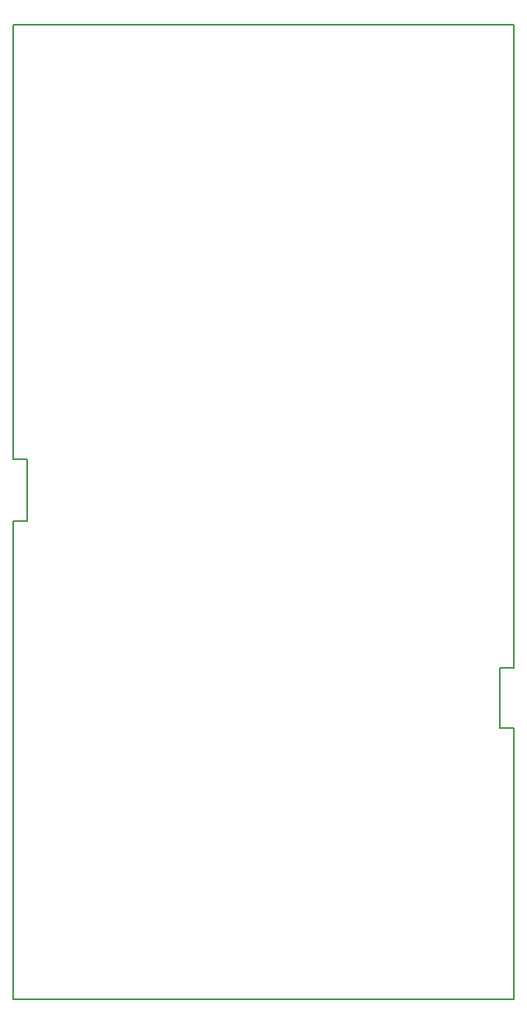
<source format=gbr>
G04 #@! TF.FileFunction,Profile,NP*
%FSLAX45Y45*%
G04 Gerber Fmt 4.5, Leading zero omitted, Abs format (unit mm)*
G04 Created by KiCad (PCBNEW 4.0.5+dfsg1-4) date Thu Jun 15 20:37:51 2017*
%MOMM*%
%LPD*%
G01*
G04 APERTURE LIST*
%ADD10C,0.100000*%
%ADD11C,0.150000*%
G04 APERTURE END LIST*
D10*
D11*
X4000000Y-8460000D02*
X4000000Y-4000000D01*
X4000000Y-9090000D02*
X4000000Y-14000000D01*
X4140000Y-9090000D02*
X4000000Y-9090000D01*
X4140000Y-8460000D02*
X4140000Y-9090000D01*
X4000000Y-8460000D02*
X4140000Y-8460000D01*
X9150000Y-11220000D02*
X9150000Y-14000000D01*
X9000000Y-11220000D02*
X9150000Y-11220000D01*
X9000000Y-10600000D02*
X9000000Y-11220000D01*
X9150000Y-10600000D02*
X9000000Y-10600000D01*
X9150000Y-9900000D02*
X9150000Y-10600000D01*
X9150000Y-4000000D02*
X9150000Y-9900000D01*
X9150000Y-14000000D02*
X4000000Y-14000000D01*
X9150000Y-4000000D02*
X4000000Y-4000000D01*
M02*

</source>
